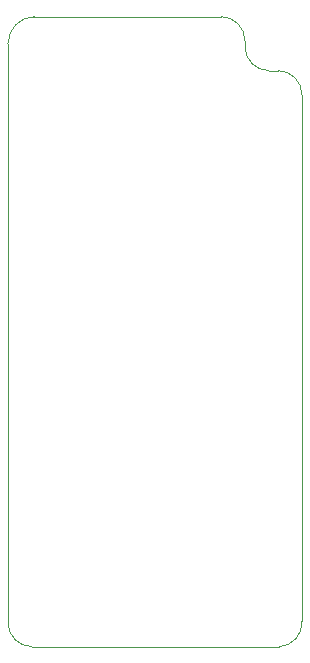
<source format=gbr>
G04 #@! TF.FileFunction,Profile,NP*
%FSLAX46Y46*%
G04 Gerber Fmt 4.6, Leading zero omitted, Abs format (unit mm)*
G04 Created by KiCad (PCBNEW (2014-11-02 BZR 5250)-product) date 05/11/2014 09:55:45*
%MOMM*%
G01*
G04 APERTURE LIST*
%ADD10C,0.100000*%
G04 APERTURE END LIST*
D10*
X121158000Y-177800000D02*
X110744000Y-177800000D01*
X108712000Y-169100500D02*
X108712000Y-175768000D01*
X121285000Y-177800000D02*
X121158000Y-177800000D01*
X121285000Y-177800000D02*
X131699000Y-177800000D01*
X108712000Y-169100500D02*
X108712000Y-165608000D01*
X126746000Y-124460000D02*
X110871000Y-124460000D01*
X131572000Y-129032000D02*
X130810000Y-129032000D01*
X128778000Y-126492000D02*
X128778000Y-127000000D01*
X133604000Y-135509000D02*
X133604000Y-131064000D01*
X133604000Y-131064000D02*
G75*
G03X131572000Y-129032000I-2032000J0D01*
G01*
X133604000Y-175641000D02*
X133604000Y-135509000D01*
X131699000Y-177800000D02*
G75*
G03X133604000Y-175641000I-127000J2032000D01*
G01*
X128778000Y-127000000D02*
G75*
G03X130810000Y-129032000I2032000J0D01*
G01*
X128778000Y-126492000D02*
G75*
G03X126746000Y-124460000I-2032000J0D01*
G01*
X108712000Y-126746000D02*
X108712000Y-165608000D01*
X108712000Y-175768000D02*
G75*
G03X110744000Y-177800000I2032000J0D01*
G01*
X110998000Y-124460000D02*
G75*
G03X108712000Y-126746000I0J-2286000D01*
G01*
M02*

</source>
